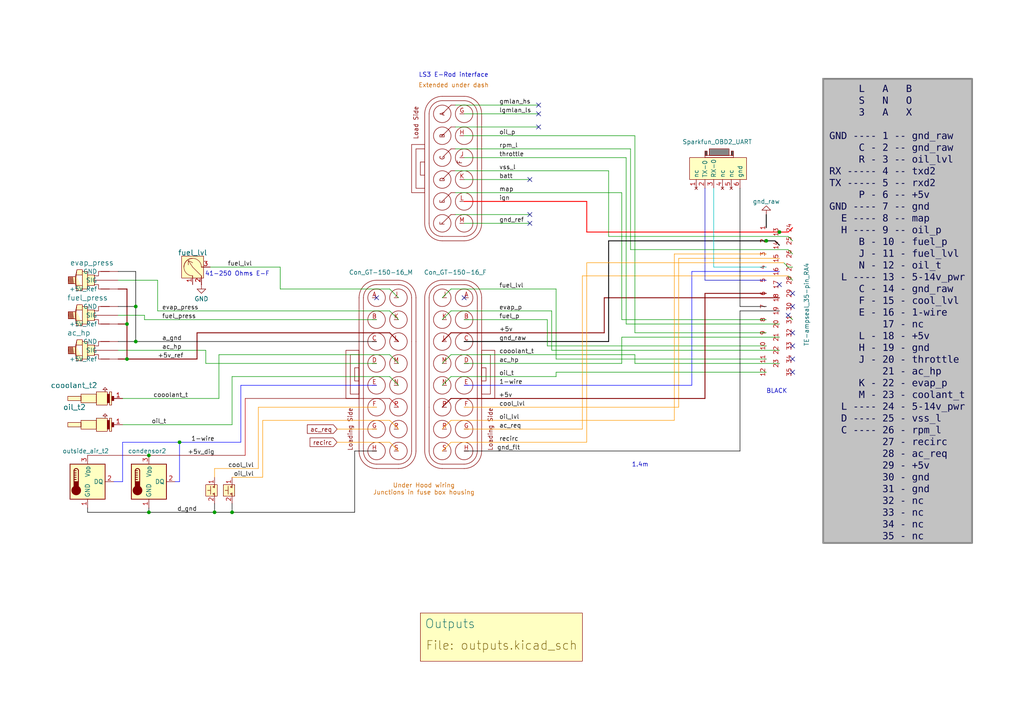
<source format=kicad_sch>
(kicad_sch (version 20231120) (generator "eeschema") (generator_version "8.0")
  (paper "A4")
  (title_block (title "Tahoe_md_wiring") (date "2024-12-08") (rev "0.3") (comment 1 "Wiring harness & power driver schematic") (comment 2 "Pairs with Tahoe_mb versioson 0.4 & 0.5"))
  (lib_symbols
    (symbol "-2023:Con_GT-150-12_M" (pin_names (offset 1.016))
      (property "Value" "Con_GT-150-12_M" (at -1.27 13.97 0))
      (symbol "Con_GT-150-12_M_0_0"
        (arc (start -21.59 -2.54) (mid -20.1006 -6.1231) (end -16.51 -7.62))
        (arc (start -20.32 -2.54) (mid -19.2041 -5.2341) (end -16.51 -6.35))
        (arc (start -16.51 7.62) (mid -19.2041 6.5041) (end -20.32 3.81))
        (arc (start -16.51 8.89) (mid -20.0931 7.4006) (end -21.59 3.81))
        (rectangle (start -7.62 8.89) (end 6.35 12.7))
        (rectangle (start -6.35 8.89) (end 5.08 11.43))
        (rectangle (start -2.54 8.89) (end 1.27 10.16))
        (polyline (pts (xy -21.59 3.81) (xy -21.59 -2.54)))
        (polyline (pts (xy -20.32 -2.54) (xy -20.32 3.81)))
        (polyline (pts (xy -16.51 -7.62) (xy 15.24 -7.62)))
        (polyline (pts (xy -16.51 7.62) (xy 15.24 7.62)) (fill (type background)))
        (polyline (pts (xy 15.24 -6.35) (xy -16.51 -6.35)))
        (polyline (pts (xy 15.24 8.89) (xy -16.51 8.89)) (fill (type background)))
        (polyline (pts (xy 19.05 3.81) (xy 19.05 -2.54)))
        (polyline (pts (xy 20.32 3.81) (xy 20.32 -2.54)))
        (arc (start 15.24 -7.62) (mid 18.8231 -6.1306) (end 20.32 -2.54))
        (arc (start 15.24 -6.35) (mid 17.9341 -5.2341) (end 19.05 -2.54))
        (arc (start 19.05 3.81) (mid 17.9341 6.5041) (end 15.24 7.62))
        (arc (start 20.32 3.81) (mid 18.8306 7.3931) (end 15.24 8.89))
        (text "F" (at 1.27 -1.27 0) (effects (font (size 1.27 1.27))))
        (text "Load Side" (at 12.7 11.43 0) (effects (font (size 1.27 1.27))))
      )
      (symbol "Con_GT-150-12_M_0_1"
        (circle (center -16.51 -2.54) (radius 2.54))
        (circle (center -10.16 -2.54) (radius 2.54))
        (circle (center -3.81 -2.54) (radius 2.54))
        (circle (center 2.54 -2.54) (radius 2.54))
        (circle (center 8.89 -2.54) (radius 2.54))
        (circle (center 15.24 -2.54) (radius 2.54))
      )
      (symbol "Con_GT-150-12_M_1_1"
        (circle (center -16.51 3.81) (radius 2.54))
        (circle (center -10.16 3.81) (radius 2.54))
        (circle (center -3.81 3.81) (radius 2.54))
        (polyline (pts (xy -13.97 1.27) (xy -16.51 3.81)))
        (polyline (pts (xy -7.62 1.27) (xy -10.16 3.81)))
        (polyline (pts (xy -1.27 1.27) (xy -3.81 3.81)))
        (polyline (pts (xy 5.08 1.27) (xy 2.54 3.81)))
        (polyline (pts (xy 11.43 1.27) (xy 8.89 3.81)))
        (polyline (pts (xy 15.24 3.81) (xy 17.78 1.27)))
        (circle (center 2.54 3.81) (radius 2.54))
        (circle (center 8.89 3.81) (radius 2.54))
        (circle (center 15.24 3.81) (radius 2.54))
        (text "A" (at 15.24 3.81 0) (effects (font (size 1.27 1.27))))
        (text "B" (at 8.89 3.81 0) (effects (font (size 1.27 1.27))))
        (text "C" (at 2.54 3.81 0) (effects (font (size 1.27 1.27))))
        (text "D" (at -3.81 3.81 0) (effects (font (size 1.27 1.27))))
        (text "E" (at -10.16 3.81 0) (effects (font (size 1.27 1.27))))
        (text "F" (at -16.51 3.81 0) (effects (font (size 1.27 1.27))))
        (pin passive line (at 15.24 -2.54 90) (length 1.27) (name "~") (number "G"))
        (pin passive line (at 8.89 -2.54 90) (length 1.27) (name "~") (number "H"))
        (pin passive line (at 2.54 -2.54 90) (length 1.27) (name "~") (number "J"))
        (pin passive line (at -3.81 -2.54 90) (length 1.27) (name "~") (number "K"))
        (pin passive line (at -10.16 -2.54 90) (length 1.27) (name "~") (number "L"))
        (pin passive line (at -16.51 -2.54 90) (length 1.27) (name "~") (number "M"))
        (pin passive line (at -13.97 0 90) (length 1.27) (name "~") (number "~"))
        (pin passive line (at -7.62 0 90) (length 1.27) (name "~") (number "~"))
        (pin passive line (at -1.27 0 90) (length 1.27) (name "~") (number "~"))
        (pin passive line (at 5.08 0 90) (length 1.27) (name "~") (number "~"))
        (pin passive line (at 11.43 0 90) (length 1.27) (name "~") (number "~"))
        (pin passive line (at 17.78 0 90) (length 1.27) (name "~") (number "~"))
      )
    )
    (symbol "-KiCAD-parts:CANBED_DUAL"
      (symbol "CANBED_DUAL_1_1"
        (rectangle (start -2.54 -2.54) (end 15.24 -35.56) (fill (type background)))
        (text "http://docs.longan-labs.cc/1030019/" (at 2.54 -21.59 900) (effects (font (size 0.889 0.889))))
        (pin power_in line (at 0 0 270) (length 2.54) (name "VIN") (number "1"))
        (pin input line (at -5.08 -20.32 0) (length 2.54) (name "A3") (number "10"))
        (pin bidirectional line (at -5.08 -22.86 0) (length 2.54) (name "D25") (number "11"))
        (pin input line (at -5.08 -25.4 0) (length 2.54) (name "A0") (number "12"))
        (pin input line (at -5.08 -27.94 0) (length 2.54) (name "A1") (number "13"))
        (pin input line (at -5.08 -30.48 0) (length 2.54) (name "A2") (number "14"))
        (pin power_in line (at -5.08 -33.02 0) (length 2.54) (name "5V") (number "15"))
        (pin input line (at 17.78 -12.7 180) (length 2.54) (name "RX") (number "16"))
        (pin output line (at 17.78 -15.24 180) (length 2.54) (name "TX") (number "17"))
        (pin bidirectional line (at 17.78 -17.78 180) (length 2.54) (name "SDA") (number "18"))
        (pin bidirectional line (at 17.78 -20.32 180) (length 2.54) (name "SCL") (number "19"))
        (pin power_in line (at 2.54 0 270) (length 2.54) (name "GND") (number "2"))
        (pin bidirectional line (at 17.78 -22.86 180) (length 2.54) (name "D21") (number "20"))
        (pin bidirectional line (at 17.78 -25.4 180) (length 2.54) (name "D22") (number "21"))
        (pin bidirectional line (at 17.78 -27.94 180) (length 2.54) (name "D23") (number "22"))
        (pin power_out line (at 17.78 -30.48 180) (length 2.54) (name "3.3V") (number "24"))
        (pin power_out line (at 17.78 -33.02 180) (length 2.54) (name "GND") (number "25"))
        (pin bidirectional line (at 5.08 0 270) (length 2.54) (name "CAN0H") (number "3"))
        (pin bidirectional line (at 7.62 0 270) (length 2.54) (name "CAN0L") (number "4"))
        (pin bidirectional line (at 10.16 0 270) (length 2.54) (name "CAN1H") (number "5"))
        (pin bidirectional line (at 12.7 0 270) (length 2.54) (name "CAN1L") (number "6"))
        (pin bidirectional line (at -5.08 -12.7 0) (length 2.54) (name "D10") (number "7"))
        (pin bidirectional line (at -5.08 -15.24 0) (length 2.54) (name "D19") (number "8"))
        (pin bidirectional line (at -5.08 -17.78 0) (length 2.54) (name "D20") (number "9"))
      )
    )
    (symbol "-KiCAD-parts:Con_GT-150-16_F" (pin_names (offset 1.016))
      (property "Value" "Con_GT-150-16_F" (at -16.51 10.16 0))
      (symbol "Con_GT-150-16_F_0_0"
        (polyline (pts (xy 10.16 -7.62) (xy 22.86 -7.62)))
        (polyline (pts (xy 10.16 6.35) (xy 22.86 6.35)))
        (polyline (pts (xy 22.86 -8.89) (xy 10.16 -8.89)))
        (polyline (pts (xy 22.86 7.62) (xy 10.16 7.62)))
        (text "Loading Side" (at 16.51 10.16 0) (effects (font (size 1.27 1.27))))
      )
      (symbol "Con_GT-150-16_F_1_1"
        (arc (start -26.67 -3.81) (mid -25.1806 -7.3931) (end -21.59 -8.89))
        (arc (start -25.4 -3.81) (mid -24.2841 -6.5041) (end -21.59 -7.62))
        (circle (center -21.59 -3.81) (radius 2.54))
        (circle (center -21.59 2.54) (radius 2.54))
        (arc (start -21.59 6.35) (mid -24.2841 5.2341) (end -25.4 2.54))
        (arc (start -21.59 7.62) (mid -25.1731 6.1306) (end -26.67 2.54))
        (circle (center -15.24 -3.81) (radius 2.54))
        (circle (center -15.24 2.54) (radius 2.54))
        (circle (center -8.89 -3.81) (radius 2.54))
        (circle (center -8.89 2.54) (radius 2.54))
        (rectangle (start -6.35 7.62) (end 7.62 11.43))
        (rectangle (start -5.08 7.62) (end 6.35 10.16))
        (circle (center -2.54 -3.81) (radius 2.54))
        (circle (center -2.54 2.54) (radius 2.54))
        (rectangle (start -1.27 7.62) (end 2.54 8.89))
        (polyline (pts (xy -26.67 2.54) (xy -26.67 -3.81)))
        (polyline (pts (xy -25.4 -3.81) (xy -25.4 2.54)))
        (polyline (pts (xy -21.59 -8.89) (xy 10.16 -8.89)))
        (polyline (pts (xy -21.59 6.35) (xy 10.16 6.35)) (fill (type background)))
        (polyline (pts (xy 10.16 -7.62) (xy -21.59 -7.62)))
        (polyline (pts (xy 10.16 7.62) (xy -21.59 7.62)))
        (polyline (pts (xy 26.67 2.54) (xy 26.67 -3.81)))
        (polyline (pts (xy 27.94 2.54) (xy 27.94 -3.81)))
        (circle (center 3.81 -3.81) (radius 2.54))
        (circle (center 3.81 2.54) (radius 2.54))
        (circle (center 10.16 -3.81) (radius 2.54))
        (circle (center 10.16 2.54) (radius 2.54))
        (circle (center 16.51 -3.81) (radius 2.54))
        (circle (center 16.51 2.54) (radius 2.54))
        (arc (start 22.86 -8.89) (mid 26.4431 -7.4006) (end 27.94 -3.81))
        (arc (start 22.86 -7.62) (mid 25.5541 -6.5041) (end 26.67 -3.81))
        (circle (center 22.86 -3.81) (radius 2.54))
        (circle (center 22.86 2.54) (radius 2.54))
        (arc (start 26.67 2.54) (mid 25.5541 5.2341) (end 22.86 6.35))
        (arc (start 27.94 2.54) (mid 26.4506 6.1231) (end 22.86 7.62))
        (pin passive line (at -21.59 2.54 90) (length 1.27) (name "~") (number "A"))
        (pin passive line (at -15.24 2.54 90) (length 1.27) (name "~") (number "B"))
        (pin passive line (at -8.89 2.54 90) (length 1.27) (name "~") (number "C"))
        (pin passive line (at -2.54 2.54 90) (length 1.27) (name "~") (number "D"))
        (pin passive line (at 3.81 2.54 90) (length 1.27) (name "~") (number "E"))
        (pin passive line (at 10.16 2.54 90) (length 1.27) (name "~") (number "F"))
        (pin passive line (at 16.51 2.54 90) (length 1.27) (name "~") (number "G"))
        (pin passive line (at 22.86 2.54 90) (length 1.27) (name "~") (number "H"))
        (pin passive line (at -21.59 -3.81 90) (length 1.27) (name "~") (number "J"))
        (pin passive line (at -15.24 -3.81 90) (length 1.27) (name "~") (number "K"))
        (pin passive line (at -8.89 -3.81 90) (length 1.27) (name "~") (number "L"))
        (pin passive line (at -2.54 -3.81 90) (length 1.27) (name "~") (number "M"))
        (pin passive line (at 3.81 -3.81 90) (length 1.27) (name "~") (number "N"))
        (pin passive line (at 10.16 -3.81 90) (length 1.27) (name "~") (number "P"))
        (pin passive line (at 16.51 -3.81 90) (length 1.27) (name "~") (number "R"))
        (pin passive line (at 22.86 -3.81 90) (length 1.27) (name "~") (number "S"))
      )
    )
    (symbol "-KiCAD-parts:SW_SPDT" (power) (pin_names (offset 1.016))
      (symbol "SW_SPDT_0_0"
        (rectangle (start -1.905 1.905) (end 3.175 -1.905) (fill (type background)))
      )
      (symbol "SW_SPDT_0_1"
        (polyline (pts (xy -1.27 0) (xy 2.286 0.508)))
        (polyline (pts (xy 2.286 -1.27) (xy 2.032 -0.762) (xy 1.778 -1.27) (xy 2.54 -1.27)))
        (polyline (pts (xy 2.286 1.27) (xy 2.032 0.762) (xy 1.778 1.27) (xy 2.54 1.27)))
      )
      (symbol "SW_SPDT_1_1"
        (pin passive line (at -3.81 0 0) (length 2.54) (name "~") (number "1"))
        (pin passive line (at 5.08 1.27 180) (length 2.54) (name "~") (number "2"))
        (pin passive line (at 5.08 -1.27 180) (length 2.54) (name "~") (number "3"))
      )
    )
    (symbol "-KiCAD-parts:Temp_transducer" (pin_names (offset 1.016))
      (property "Value" "Temp_transducer" (at -0.635 4.445 0))
      (symbol "Temp_transducer_0_1"
        (rectangle (start -4.445 0.635) (end -5.08 -0.635) (fill (type outline)))
        (rectangle (start -4.445 1.905) (end -3.81 -1.905) (fill (type background)))
        (rectangle (start -3.175 1.27) (end -3.81 -1.27) (fill (type outline)))
        (rectangle (start -3.175 1.905) (end 0 -1.905) (fill (type background)))
        (polyline (pts (xy -2.54 -1.905) (xy -2.54 -2.54) (xy -3.175 -2.54) (xy -2.54 -3.175) (xy -1.905 -2.54) (xy -2.54 -2.54)))
        (rectangle (start 0 1.27) (end 4.445 -1.27) (fill (type background)))
        (rectangle (start 4.445 0.635) (end 8.255 -0.635) (fill (type background)))
      )
      (symbol "Temp_transducer_1_1"
        (pin output line (at -7.62 0 0) (length 2.54) (name "~") (number "1"))
      )
    )
    (symbol "-KiCAD-parts:Variable_Resistor" (pin_names (offset 1.016))
      (property "Value" "Variable_Resistor" (at 0 5.08 0))
      (symbol "Variable_Resistor_0_1"
        (rectangle (start -1.905 3.175) (end 4.445 -3.175) (fill (type background)))
        (polyline (pts (xy 1.27 0) (xy -1.27 -2.54)) (stroke (width 0.127)))
        (polyline (pts (xy 3.175 1.27) (xy 2.54 0)) (stroke (width 0.127)))
        (polyline (pts (xy 1.27 0) (xy 3.175 1.27) (xy 1.905 1.27)) (stroke (width 0.127)))
        (arc (start 1.27 -2.54) (mid 3.799 0) (end 1.27 2.54) (stroke (width 0.127)))
        (arc (start 3.81 0) (mid 1.27 2.529) (end -1.27 0) (stroke (width 0.127)))
      )
      (symbol "Variable_Resistor_1_1"
        (pin passive line (at -3.81 0 0) (length 2.54) (name "~") (number "1"))
        (pin passive line (at -3.81 -2.54 0) (length 2.54) (name "~") (number "2"))
        (pin passive line (at 1.27 -5.08 90) (length 2.54) (name "~") (number "3"))
      )
    )
    (symbol "Connector_Generic:Conn_01x06" (pin_names (offset 1.016) hide)
      (property "Reference" "J" (at 0 7.62 0))
      (property "Value" "Conn_01x06" (at 0 -10.16 0))
      (symbol "Conn_01x06_1_1"
        (rectangle (start -1.27 -7.493) (end 0 -7.747) (stroke (width 0.1524)))
        (rectangle (start -1.27 -4.953) (end 0 -5.207) (stroke (width 0.1524)))
        (rectangle (start -1.27 -2.413) (end 0 -2.667) (stroke (width 0.1524)))
        (rectangle (start -1.27 0.127) (end 0 -0.127) (stroke (width 0.1524)))
        (rectangle (start -1.27 2.667) (end 0 2.413) (stroke (width 0.1524)))
        (rectangle (start -1.27 5.207) (end 0 4.953) (stroke (width 0.1524)))
        (rectangle (start -1.27 6.35) (end 1.27 -8.89) (stroke (width 0.254)) (fill (type background)))
        (pin passive line (at -5.08 5.08 0) (length 3.81) (name "Pin_1") (number "1"))
        (pin passive line (at -5.08 2.54 0) (length 3.81) (name "Pin_2") (number "2"))
        (pin passive line (at -5.08 0 0) (length 3.81) (name "Pin_3") (number "3"))
        (pin passive line (at -5.08 -2.54 0) (length 3.81) (name "Pin_4") (number "4"))
        (pin passive line (at -5.08 -5.08 0) (length 3.81) (name "Pin_5") (number "5"))
        (pin passive line (at -5.08 -7.62 0) (length 3.81) (name "Pin_6") (number "6"))
      )
    )
    (symbol "KiCAD-parts:Pressure_transducer" (pin_names (offset 1.016))
      (property "Value" "Pressure_transducer" (at 0 5.08 0))
      (symbol "Pressure_transducer_0_0"
        (polyline (pts (xy -0.635 -1.27) (xy -2.54 -1.27)))
        (polyline (pts (xy -5.08 -3.81) (xy -1.905 -3.81) (xy -1.905 -2.54) (xy -0.635 -2.54)))
        (polyline (pts (xy -5.08 1.27) (xy -1.905 1.27) (xy -1.905 0) (xy -0.635 0)))
      )
      (symbol "Pressure_transducer_0_1"
        (polyline (pts (xy 1.27 0.254) (xy 1.27 -2.794)))
        (polyline (pts (xy 2.794 0.254) (xy 4.572 0.254)))
        (polyline (pts (xy 4.826 -2.286) (xy 4.826 -0.254)))
        (polyline (pts (xy 5.588 -2.286) (xy 5.334 -0.254)))
        (polyline (pts (xy 5.842 -2.286) (xy 5.588 -0.254)))
        (polyline (pts (xy 6.096 -2.286) (xy 5.842 -0.254)))
        (polyline (pts (xy 6.35 -2.286) (xy 6.096 -0.254)))
        (polyline (pts (xy 6.604 -2.286) (xy 6.35 -0.254)))
        (polyline (pts (xy 6.858 -2.286) (xy 6.604 -0.254)))
        (polyline (pts (xy 2.794 1.27) (xy 2.794 -3.81) (xy 1.27 -3.81) (xy 1.27 -2.794) (xy -0.762 -2.794) (xy -0.762 0.254) (xy 1.27 0.254) (xy 1.27 1.27) (xy 2.794 1.27) (xy 2.794 1.778) (xy 4.318 1.778) (xy 4.826 -0.254) (xy 6.858 -0.254) (xy 6.858 -2.286) (xy 4.826 -2.286) (xy 4.318 -4.318) (xy 2.794 -4.318) (xy 2.794 -2.794) (xy 4.572 -2.794)) (fill (type background)))
        (arc (start 4.318 -4.318) (mid 4.6409 -1.27) (end 4.318 1.778))
        (pin input line (at -7.62 1.27 0) (length 5.08) (name "+5V_Ref") (number "~"))
      )
      (symbol "Pressure_transducer_1_1"
        (pin input line (at -7.62 -3.81 0) (length 5.08) (name "GND") (number "~"))
        (pin output line (at -7.62 -1.27 0) (length 5.08) (name "SIG") (number "~"))
      )
    )
    (symbol "KiCAD-parts:SW_NO" (pin_names (offset 1.016))
      (symbol "SW_NO_0_0"
        (polyline (pts (xy 0.762 -1.27) (xy 1.27 -1.27) (xy 1.016 -0.762) (xy 0.762 -1.27)))
      )
      (symbol "SW_NO_0_1"
        (polyline (pts (xy -1.27 -0.127) (xy 1.143 -0.127)))
        (polyline (pts (xy 0 0) (xy 0 0.762)))
        (polyline (pts (xy -1.27 -1.27) (xy -1.016 -0.762) (xy -0.762 -1.27) (xy -1.27 -1.27)))
        (rectangle (start 1.651 -2.032) (end -1.651 1.27) (fill (type background)))
      )
      (symbol "SW_NO_1_1"
        (pin bidirectional line (at -3.81 -1.27 0) (length 2.54) (name "~") (number "1"))
        (pin bidirectional line (at 3.81 -1.27 180) (length 2.54) (name "~") (number "2"))
      )
    )
    (symbol "KiCAD-parts:Splice_pack" (pin_numbers hide) (pin_names hide) (on_board no)
      (property "Reference" "SP205" (at -0.3175 10.637 90))
      (symbol "Splice_pack_0_1"
        (rectangle (start -2.54 10.795) (end 2.54 3.81) (stroke (width 0.1524)))
        (polyline (pts (xy -0.635 4.445) (xy 0.635 4.445)) (stroke (width 0.1524)))
        (polyline (pts (xy -0.635 10.16) (xy 0.635 10.16)) (stroke (width 0.1524)))
        (polyline (pts (xy 0 4.445) (xy 0.635 5.08)) (stroke (width 0.1524)))
        (polyline (pts (xy 0 10.16) (xy 0.635 9.525)) (stroke (width 0.1524)))
        (polyline (pts (xy -0.635 3.175) (xy 0 2.54) (xy 0.635 3.175)) (stroke (width 0.1524)))
        (polyline (pts (xy -0.635 11.43) (xy 0 12.065) (xy 0.635 11.43)) (stroke (width 0.1524)))
        (polyline (pts (xy 0 6.985) (xy 0 4.445) (xy -0.635 5.08)) (stroke (width 0.1524)))
        (polyline (pts (xy 0 6.985) (xy 0 10.16) (xy -0.635 9.525)) (stroke (width 0.1524)))
        (circle (center 0 6.985) (radius 0.635) (stroke (width 0.1524)) (fill (type outline)))
      )
      (symbol "Splice_pack_1_1"
        (pin input line (at 0 0 90) (length 2.54) (name "") (number ""))
        (pin input line (at 0 14.605 270) (length 2.54) (name "") (number ""))
      )
    )
    (symbol "Sensor_Temperature:DS18S20"
      (property "Reference" "U" (at -3.81 6.35 0))
      (property "Value" "DS18S20" (at 6.35 6.35 0))
      (symbol "DS18S20_0_1"
        (rectangle (start -5.08 5.08) (end 5.08 -5.08) (stroke (width 0.254)) (fill (type background)))
        (circle (center -3.302 -2.54) (radius 1.27) (stroke (width 0.254)) (fill (type outline)))
        (rectangle (start -2.667 -1.905) (end -3.937 0) (stroke (width 0.254)) (fill (type outline)))
        (arc (start -2.667 3.175) (mid -3.302 3.8073) (end -3.937 3.175) (stroke (width 0.254)))
        (polyline (pts (xy -3.937 0.635) (xy -3.302 0.635)) (stroke (width 0.254)))
        (polyline (pts (xy -3.937 1.27) (xy -3.302 1.27)) (stroke (width 0.254)))
        (polyline (pts (xy -3.937 1.905) (xy -3.302 1.905)) (stroke (width 0.254)))
        (polyline (pts (xy -3.937 2.54) (xy -3.302 2.54)) (stroke (width 0.254)))
        (polyline (pts (xy -3.937 3.175) (xy -3.937 0)) (stroke (width 0.254)))
        (polyline (pts (xy -3.937 3.175) (xy -3.302 3.175)) (stroke (width 0.254)))
        (polyline (pts (xy -2.667 3.175) (xy -2.667 0)) (stroke (width 0.254)))
      )
      (symbol "DS18S20_1_1"
        (pin power_in line (at 0 -7.62 90) (length 2.54) (name "GND") (number "1"))
        (pin bidirectional line (at 7.62 0 180) (length 2.54) (name "DQ") (number "2"))
        (pin power_in line (at 0 7.62 270) (length 2.54) (name "V_{DD}") (number "3"))
      )
    )
    (symbol "power:GND" (power) (pin_numbers hide) (pin_names (offset 0) hide)
      (property "Value" "GND" (at 0 -3.81 0))
      (symbol "GND_0_1"
        (polyline (pts (xy 0 0) (xy 0 -1.27) (xy 1.27 -1.27) (xy 0 -2.54) (xy -1.27 -1.27) (xy 0 -1.27)))
      )
      (symbol "GND_1_1"
        (pin power_in line (at 0 0 270) (length 0) (name "~") (number "1"))
      )
    )
    (symbol "~2023:Con_GT-150-16_M" (pin_names (offset 1.016))
      (property "Value" "Con_GT-150-16_M" (at 17.78 10.16 0))
      (symbol "Con_GT-150-16_M_0_0"
        (polyline (pts (xy 10.16 -7.62) (xy 22.86 -7.62)))
        (polyline (pts (xy 10.16 6.35) (xy 22.86 6.35)))
        (polyline (pts (xy 22.86 -8.89) (xy 10.16 -8.89)))
        (polyline (pts (xy 22.86 7.62) (xy 10.16 7.62)))
        (text "Loading Side" (at -15.24 10.16 0) (effects (font (size 1.27 1.27))))
      )
      (symbol "Con_GT-150-16_M_1_1"
        (arc (start -26.67 -3.81) (mid -25.1806 -7.3931) (end -21.59 -8.89))
        (arc (start -25.4 -3.81) (mid -24.2841 -6.5041) (end -21.59 -7.62))
        (circle (center -21.59 -3.81) (radius 2.54))
        (circle (center -21.59 2.54) (radius 2.54))
        (arc (start -21.59 6.35) (mid -24.2841 5.2341) (end -25.4 2.54))
        (arc (start -21.59 7.62) (mid -25.1731 6.1306) (end -26.67 2.54))
        (circle (center -15.24 -3.81) (radius 2.54))
        (circle (center -15.24 2.54) (radius 2.54))
        (circle (center -8.89 -3.81) (radius 2.54))
        (circle (center -8.89 2.54) (radius 2.54))
        (rectangle (start -6.35 7.62) (end 7.62 11.43))
        (rectangle (start -5.08 7.62) (end 6.35 10.16))
        (circle (center -2.54 -3.81) (radius 2.54))
        (circle (center -2.54 2.54) (radius 2.54))
        (rectangle (start -1.27 7.62) (end 2.54 8.89))
        (polyline (pts (xy -26.67 2.54) (xy -26.67 -3.81)))
        (polyline (pts (xy -25.4 -3.81) (xy -25.4 2.54)))
        (polyline (pts (xy -21.59 -8.89) (xy 10.16 -8.89)))
        (polyline (pts (xy -21.59 6.35) (xy 10.16 6.35)) (fill (type background)))
        (polyline (pts (xy 10.16 -7.62) (xy -21.59 -7.62)))
        (polyline (pts (xy 10.16 7.62) (xy -21.59 7.62)))
        (polyline (pts (xy 26.67 2.54) (xy 26.67 -3.81)))
        (polyline (pts (xy 27.94 2.54) (xy 27.94 -3.81)))
        (circle (center 3.81 -3.81) (radius 2.54))
        (circle (center 3.81 2.54) (radius 2.54))
        (circle (center 10.16 -3.81) (radius 2.54))
        (circle (center 10.16 2.54) (radius 2.54))
        (circle (center 16.51 -3.81) (radius 2.54))
        (circle (center 16.51 2.54) (radius 2.54))
        (arc (start 22.86 -8.89) (mid 26.4431 -7.4006) (end 27.94 -3.81))
        (arc (start 22.86 -7.62) (mid 25.5541 -6.5041) (end 26.67 -3.81))
        (circle (center 22.86 -3.81) (radius 2.54))
        (circle (center 22.86 2.54) (radius 2.54))
        (arc (start 26.67 2.54) (mid 25.5541 5.2341) (end 22.86 6.35))
        (arc (start 27.94 2.54) (mid 26.4506 6.1231) (end 22.86 7.62))
        (pin passive line (at 22.86 2.54 90) (length 1.27) (name "~") (number "A"))
        (pin passive line (at 16.51 2.54 90) (length 1.27) (name "~") (number "B"))
        (pin passive line (at 10.16 2.54 90) (length 1.27) (name "~") (number "C"))
        (pin passive line (at 3.81 2.54 90) (length 1.27) (name "~") (number "D"))
        (pin passive line (at -2.54 2.54 90) (length 1.27) (name "~") (number "E"))
        (pin passive line (at -8.89 2.54 90) (length 1.27) (name "~") (number "F"))
        (pin passive line (at -15.24 2.54 90) (length 1.27) (name "~") (number "G"))
        (pin passive line (at -21.59 2.54 90) (length 1.27) (name "~") (number "H"))
        (pin passive line (at 22.86 -3.81 90) (length 1.27) (name "~") (number "J"))
        (pin passive line (at 16.51 -3.81 90) (length 1.27) (name "~") (number "K"))
        (pin passive line (at 10.16 -3.81 90) (length 1.27) (name "~") (number "L"))
        (pin passive line (at 3.81 -3.81 90) (length 1.27) (name "~") (number "M"))
        (pin passive line (at -2.54 -3.81 90) (length 1.27) (name "~") (number "N"))
        (pin passive line (at -8.89 -3.81 90) (length 1.27) (name "~") (number "P"))
        (pin passive line (at -15.24 -3.81 90) (length 1.27) (name "~") (number "R"))
        (pin passive line (at -21.59 -3.81 90) (length 1.27) (name "~") (number "S"))
      )
    )
    (symbol "~2023:Sparkfun_OBD2_UART"
      (property "Value" "Sparkfun_OBD2_UART" (at 9.144 4.064 0))
      (symbol "Sparkfun_OBD2_UART_1_1"
        (rectangle (start 2.54 1.905) (end 8.89 -14.605) (fill (type background)))
        (rectangle (start 8.89 -2.54) (end 9.525 -10.795))
        (rectangle (start 9.525 -10.16) (end 10.795 -10.795) (fill (type color) (color 72 72 72 1)))
        (rectangle (start 9.525 -3.81) (end 11.43 -9.525) (fill (type color) (color 132 132 132 1)))
        (rectangle (start 9.525 -2.54) (end 10.795 -3.175) (fill (type color) (color 72 72 72 1)))
        (pin no_connect line (at 0 0 0) (length 2.54) (name "nc") (number "1"))
        (pin output line (at 0 -2.54 0) (length 2.54) (name "TX-0") (number "2"))
        (pin input line (at 0 -5.08 0) (length 2.54) (name "RX-0") (number "3"))
        (pin no_connect line (at 0 -7.62 0) (length 2.54) (name "nc") (number "4"))
        (pin no_connect line (at 0 -10.16 0) (length 2.54) (name "nc") (number "5"))
        (pin power_in line (at 0 -12.7 0) (length 2.54) (name "gnd") (number "6"))
      )
    )
    (symbol "~2023:TE-ampseal_35-pin_RA"
      (property "Reference" "TE-ampseal_35-pin_RA" (at -0.254 5.588 0))
      (symbol "TE-ampseal_35-pin_RA_1_1"
        (pin passive line (at 0 0 0) (length 0) (name "") (number "1"))
        (pin passive line (at 34.29 0 0) (length 0) (name "") (number "10"))
        (pin passive line (at 38.1 0 0) (length 0) (name "") (number "11"))
        (pin passive line (at 41.91 0 0) (length 0) (name "") (number "12"))
        (pin passive line (at 1.27 -3.81 0) (length 0) (name "") (number "13"))
        (pin passive line (at 5.08 -3.81 0) (length 0) (name "") (number "14"))
        (pin passive line (at 8.89 -3.81 0) (length 0) (name "") (number "15"))
        (pin passive line (at 12.7 -3.81 0) (length 0) (name "") (number "16"))
        (pin passive line (at 16.51 -3.81 0) (length 0) (name "") (number "17"))
        (pin passive line (at 20.32 -3.81 0) (length 0) (name "") (number "18"))
        (pin passive line (at 24.13 -3.81 0) (length 0) (name "") (number "19"))
        (pin passive line (at 3.81 0 0) (length 0) (name "") (number "2"))
        (pin passive line (at 27.94 -3.81 0) (length 0) (name "") (number "20"))
        (pin passive line (at 31.75 -3.81 0) (length 0) (name "") (number "21"))
        (pin passive line (at 35.56 -3.81 0) (length 0) (name "") (number "22"))
        (pin passive line (at 39.37 -3.81 0) (length 0) (name "") (number "23"))
        (pin passive line (at 0 -7.62 0) (length 0) (name "") (number "24"))
        (pin passive line (at 3.81 -7.62 0) (length 0) (name "") (number "25"))
        (pin passive line (at 7.62 -7.62 0) (length 0) (name "") (number "26"))
        (pin passive line (at 11.43 -7.62 0) (length 0) (name "") (number "27"))
        (pin passive line (at 15.24 -7.62 0) (length 0) (name "") (number "28"))
        (pin passive line (at 19.05 -7.62 0) (length 0) (name "") (number "29"))
        (pin passive line (at 7.62 0 0) (length 0) (name "") (number "3"))
        (pin passive line (at 22.86 -7.62 0) (length 0) (name "") (number "30"))
        (pin passive line (at 26.67 -7.62 0) (length 0) (name "") (number "31"))
        (pin passive line (at 30.48 -7.62 0) (length 0) (name "") (number "32"))
        (pin passive line (at 34.29 -7.62 0) (length 0) (name "") (number "33"))
        (pin passive line (at 38.1 -7.62 0) (length 0) (name "") (number "34"))
        (pin passive line (at 41.91 -7.62 0) (length 0) (name "") (number "35"))
        (pin passive line (at 11.43 0 0) (length 0) (name "") (number "4"))
        (pin passive line (at 15.24 0 0) (length 0) (name "") (number "5"))
        (pin passive line (at 19.05 0 0) (length 0) (name "") (number "6"))
        (pin passive line (at 22.86 0 0) (length 0) (name "") (number "7"))
        (pin passive line (at 26.67 0 0) (length 0) (name "") (number "8"))
        (pin passive line (at 30.48 0 0) (length 0) (name "") (number "9"))
      )
    )
  )
  (junction (at 43.18 148.59))
  (junction (at 222.25 69.85))
  (junction (at 62.23 148.59))
  (junction (at 39.37 99.06))
  (junction (at 335.28 67.31))
  (junction (at 36.83 93.98))
  (junction (at 36.83 104.14))
  (junction (at 226.06 67.31))
  (junction (at 52.07 128.27))
  (junction (at 43.18 132.08))
  (junction (at 39.37 88.9))
  (junction (at 67.31 148.59))
  (no_connect (at 156.21 33.02))
  (no_connect (at 228.6 91.44))
  (no_connect (at 350.52 97.79))
  (no_connect (at 156.21 30.48))
  (no_connect (at 327.66 87.63))
  (no_connect (at 350.52 82.55))
  (no_connect (at 350.52 85.09))
  (no_connect (at 327.66 92.71))
  (no_connect (at 350.52 92.71))
  (no_connect (at 156.21 36.83))
  (no_connect (at 229.87 104.14))
  (no_connect (at 229.87 88.9))
  (no_connect (at 350.52 95.25))
  (no_connect (at 327.66 100.33))
  (no_connect (at 153.67 64.77))
  (no_connect (at 229.87 100.33))
  (no_connect (at 109.22 86.36))
  (no_connect (at 153.67 62.23))
  (no_connect (at 350.52 100.33))
  (no_connect (at 153.67 52.07))
  (no_connect (at 327.66 95.25))
  (no_connect (at 226.06 82.55))
  (no_connect (at 327.66 90.17))
  (no_connect (at 327.66 82.55))
  (no_connect (at 229.87 85.09))
  (no_connect (at 229.87 96.52))
  (no_connect (at 327.66 97.79))
  (no_connect (at 134.62 86.36))
  (no_connect (at 327.66 102.87))
  (no_connect (at 327.66 85.09))
  (no_connect (at 229.87 107.95))
  (wire (pts (xy 36.83 93.98) (xy 36.83 104.14)) (stroke (width 0.254) (color 132 0 0 1)))
  (wire (pts (xy 184.15 102.87) (xy 184.15 105.41)))
  (wire (pts (xy 71.12 115.57) (xy 71.12 132.08)) (stroke (width 0) (color 194 0 0 1)))
  (wire (pts (xy 25.4 132.08) (xy 43.18 132.08)) (stroke (width 0) (color 132 0 0 1)))
  (wire (pts (xy 329.565 43.18) (xy 328.295 43.18)))
  (wire (pts (xy 35.56 115.57) (xy 63.5 115.57)))
  (wire (pts (xy 36.83 83.82) (xy 36.83 93.98)) (stroke (width 0.254) (color 132 0 0 1)))
  (wire (pts (xy 180.34 92.71) (xy 222.25 92.71)))
  (wire (pts (xy 130.81 121.92) (xy 128.27 124.46)) (stroke (width 0) (color 255 153 0 1)))
  (wire (pts (xy 130.81 96.52) (xy 175.26 96.52)) (stroke (width 0.254) (color 132 0 0 1)))
  (wire (pts (xy 115.57 118.11) (xy 113.03 115.57)) (stroke (width 0) (color 194 0 0 1)))
  (wire (pts (xy 34.29 101.6) (xy 59.69 101.6)))
  (wire (pts (xy 329.565 35.56) (xy 328.295 35.56)))
  (wire (pts (xy 170.18 76.2) (xy 227.33 76.2)) (stroke (width 0) (color 255 153 0 1)))
  (wire (pts (xy 76.2 121.92) (xy 76.2 138.43)) (stroke (width 0) (color 255 153 0 1)))
  (wire (pts (xy 160.02 90.17) (xy 160.02 101.6)))
  (wire (pts (xy 39.37 78.74) (xy 39.37 88.9)) (stroke (width 0) (color 0 0 0 1)))
  (wire (pts (xy 36.83 104.14) (xy 57.15 104.14)) (stroke (width 0.254) (color 132 0 0 1)))
  (wire (pts (xy 200.66 78.74) (xy 200.66 111.76)) (stroke (width 0) (color 0 0 255 1)))
  (wire (pts (xy 132.08 36.83) (xy 156.21 36.83)))
  (wire (pts (xy 161.29 107.95) (xy 222.25 107.95)))
  (wire (pts (xy 59.69 101.6) (xy 59.69 105.41)))
  (wire (pts (xy 184.15 39.37) (xy 184.15 96.52)))
  (wire (pts (xy 63.5 102.87) (xy 113.03 102.87)))
  (wire (pts (xy 132.08 30.48) (xy 156.21 30.48)))
  (wire (pts (xy 130.81 115.57) (xy 204.47 115.57)) (stroke (width 0.254) (color 132 0 0 1)))
  (wire (pts (xy 161.29 83.82) (xy 161.29 104.14)))
  (wire (pts (xy 180.34 55.88) (xy 180.34 92.71)))
  (wire (pts (xy 335.28 67.31) (xy 335.28 69.85)))
  (wire (pts (xy 134.62 118.11) (xy 196.85 118.11)) (stroke (width 0) (color 255 153 0 1)))
  (wire (pts (xy 170.18 58.42) (xy 170.18 67.31)) (stroke (width 0.254) (color 255 0 0 1)))
  (wire (pts (xy 170.18 76.2) (xy 170.18 128.27)) (stroke (width 0) (color 255 153 0 1)))
  (wire (pts (xy 34.29 99.06) (xy 39.37 99.06)) (stroke (width 0) (color 0 0 0 1)))
  (wire (pts (xy 25.4 148.59) (xy 43.18 148.59)) (stroke (width 0) (color 0 0 0 1)))
  (wire (pts (xy 132.08 62.23) (xy 153.67 62.23)))
  (wire (pts (xy 337.185 53.34) (xy 342.9 53.34)))
  (wire (pts (xy 57.15 96.52) (xy 57.15 104.14)) (stroke (width 0.254) (color 132 0 0 1)))
  (wire (pts (xy 350.52 87.63) (xy 360.68 87.63)))
  (wire (pts (xy 67.31 109.22) (xy 113.03 109.22)))
  (wire (pts (xy 229.87 81.28) (xy 228.6 80.01)))
  (wire (pts (xy 45.72 90.17) (xy 113.03 90.17)))
  (wire (pts (xy 35.56 139.7) (xy 33.02 139.7)) (stroke (width 0) (color 0 0 255 1)))
  (wire (pts (xy 204.47 85.09) (xy 204.47 115.57)) (stroke (width 0.254) (color 132 0 0 1)))
  (wire (pts (xy 181.61 45.72) (xy 181.61 93.98)))
  (wire (pts (xy 181.61 93.98) (xy 226.06 93.98)))
  (wire (pts (xy 342.9 53.34) (xy 342.9 69.85)))
  (wire (pts (xy 113.03 109.22) (xy 115.57 111.76)))
  (wire (pts (xy 200.66 78.74) (xy 226.06 78.74)) (stroke (width 0) (color 0 0 255 1)))
  (wire (pts (xy 134.62 52.07) (xy 153.67 52.07)))
  (wire (pts (xy 229.87 77.47) (xy 228.6 77.47)))
  (wire (pts (xy 313.69 62.23) (xy 337.82 62.23)))
  (wire (pts (xy 134.62 33.02) (xy 156.21 33.02)))
  (wire (pts (xy 130.81 83.82) (xy 161.29 83.82)))
  (wire (pts (xy 176.53 69.85) (xy 222.25 69.85)) (stroke (width 0.254) (color 0 0 0 1)))
  (wire (pts (xy 340.36 64.77) (xy 313.69 64.77)))
  (wire (pts (xy 184.15 105.41) (xy 226.06 105.41)))
  (wire (pts (xy 160.02 101.6) (xy 226.06 101.6)))
  (wire (pts (xy 62.23 135.89) (xy 74.93 135.89)) (stroke (width 0) (color 255 153 0 1)))
  (wire (pts (xy 41.91 91.44) (xy 34.29 91.44)))
  (wire (pts (xy 134.62 45.72) (xy 181.61 45.72)))
  (wire (pts (xy 176.53 68.58) (xy 228.6 68.58)))
  (wire (pts (xy 130.81 102.87) (xy 184.15 102.87)))
  (wire (pts (xy 176.53 49.53) (xy 176.53 68.58)))
  (wire (pts (xy 168.91 80.01) (xy 168.91 124.46)) (stroke (width 0) (color 255 153 0 1)))
  (wire (pts (xy 207.01 54.61) (xy 207.01 77.47)) (stroke (width 0) (color 0 194 194 1)))
  (wire (pts (xy 67.31 146.05) (xy 67.31 148.59)) (stroke (width 0) (color 0 0 0 1)))
  (wire (pts (xy 184.15 96.52) (xy 222.25 96.52)))
  (wire (pts (xy 34.29 104.14) (xy 36.83 104.14)) (stroke (width 0.254) (color 132 0 0 1)))
  (wire (pts (xy 67.31 109.22) (xy 67.31 123.19)))
  (wire (pts (xy 134.62 105.41) (xy 180.34 105.41)))
  (wire (pts (xy 332.74 57.15) (xy 332.74 69.85)))
  (wire (pts (xy 59.69 105.41) (xy 109.22 105.41)))
  (wire (pts (xy 35.56 128.27) (xy 52.07 128.27)) (stroke (width 0) (color 0 0 255 1)))
  (wire (pts (xy 161.29 104.14) (xy 222.25 104.14)))
  (wire (pts (xy 62.23 148.59) (xy 67.31 148.59)) (stroke (width 0) (color 0 0 0 1)))
  (wire (pts (xy 115.57 92.71) (xy 113.03 90.17)))
  (wire (pts (xy 335.28 59.69) (xy 335.28 67.31)))
  (wire (pts (xy 180.34 97.79) (xy 226.06 97.79)))
  (wire (pts (xy 196.85 74.93) (xy 226.06 74.93)) (stroke (width 0) (color 255 153 0 1)))
  (wire (pts (xy 340.36 64.77) (xy 340.36 69.85)))
  (wire (pts (xy 69.85 111.76) (xy 69.85 128.27)) (stroke (width 0) (color 0 0 255 1)))
  (wire (pts (xy 35.56 123.19) (xy 67.31 123.19)))
  (wire (pts (xy 71.12 115.57) (xy 113.03 115.57)) (stroke (width 0) (color 132 0 0 1)))
  (wire (pts (xy 130.81 90.17) (xy 160.02 90.17)))
  (wire (pts (xy 74.93 118.11) (xy 109.22 118.11)) (stroke (width 0) (color 255 153 0 1)))
  (wire (pts (xy 50.8 139.7) (xy 52.07 139.7)) (stroke (width 0) (color 0 0 255 1)))
  (wire (pts (xy 335.28 59.69) (xy 313.69 59.69)))
  (wire (pts (xy 313.69 52.07) (xy 328.295 52.07)))
  (wire (pts (xy 67.31 138.43) (xy 76.2 138.43)) (stroke (width 0) (color 255 153 0 1)))
  (wire (pts (xy 132.08 49.53) (xy 176.53 49.53)))
  (wire (pts (xy 62.23 135.89) (xy 62.23 138.43)) (stroke (width 0) (color 255 153 0 1)))
  (wire (pts (xy 134.62 92.71) (xy 158.75 92.71)))
  (wire (pts (xy 176.53 69.85) (xy 176.53 99.06)) (stroke (width 0.254) (color 0 0 0 1)))
  (wire (pts (xy 170.18 67.31) (xy 226.06 67.31)) (stroke (width 0.254) (color 255 0 0 1)))
  (wire (pts (xy 43.18 147.32) (xy 43.18 148.59)) (stroke (width 0) (color 0 0 0 1)))
  (wire (pts (xy 130.81 90.17) (xy 128.27 92.71)))
  (wire (pts (xy 74.93 118.11) (xy 74.93 135.89)) (stroke (width 0) (color 255 153 0 1)))
  (wire (pts (xy 76.2 121.92) (xy 113.03 121.92)) (stroke (width 0) (color 255 153 0 1)))
  (wire (pts (xy 113.03 102.87) (xy 115.57 105.41)))
  (wire (pts (xy 207.01 77.47) (xy 222.25 77.47)) (stroke (width 0) (color 0 194 194 1)))
  (wire (pts (xy 214.63 90.17) (xy 226.06 90.17)) (stroke (width 0) (color 0 0 0 1)))
  (wire (pts (xy 196.85 74.93) (xy 196.85 118.11)) (stroke (width 0) (color 255 153 0 1)))
  (wire (pts (xy 115.57 130.81) (xy 113.03 128.27)) (stroke (width 0) (color 255 153 0 1)))
  (wire (pts (xy 214.63 88.9) (xy 222.25 88.9)) (stroke (width 0) (color 0 0 0 1)))
  (wire (pts (xy 60.96 77.47) (xy 81.28 77.47)))
  (wire (pts (xy 63.5 102.87) (xy 63.5 115.57)))
  (wire (pts (xy 115.57 99.06) (xy 113.03 96.52)) (stroke (width 0.254) (color 132 0 0 1)))
  (wire (pts (xy 25.4 148.59) (xy 25.4 147.32)) (stroke (width 0) (color 0 0 0 1)))
  (wire (pts (xy 81.28 77.47) (xy 81.28 83.82)))
  (wire (pts (xy 132.08 43.18) (xy 182.88 43.18)))
  (wire (pts (xy 130.81 121.92) (xy 195.58 121.92)) (stroke (width 0) (color 255 153 0 1)))
  (wire (pts (xy 161.29 107.95) (xy 161.29 109.22)))
  (wire (pts (xy 134.62 124.46) (xy 168.91 124.46)) (stroke (width 0) (color 255 153 0 1)))
  (wire (pts (xy 228.6 72.39) (xy 229.87 73.66)))
  (wire (pts (xy 130.81 96.52) (xy 128.27 99.06)) (stroke (width 0.254) (color 132 0 0 1)))
  (wire (pts (xy 132.08 55.88) (xy 180.34 55.88)))
  (wire (pts (xy 97.79 128.27) (xy 113.03 128.27)) (stroke (width 0) (color 255 153 0 1)))
  (wire (pts (xy 359.41 90.17) (xy 350.52 90.17)))
  (wire (pts (xy 134.62 130.81) (xy 214.63 130.81)) (stroke (width 0) (color 0 0 0 1)))
  (wire (pts (xy 228.6 77.47) (xy 227.33 76.2)))
  (wire (pts (xy 41.91 92.71) (xy 109.22 92.71)))
  (wire (pts (xy 130.81 128.27) (xy 128.27 130.81)) (stroke (width 0) (color 255 153 0 1)))
  (wire (pts (xy 43.18 148.59) (xy 62.23 148.59)) (stroke (width 0) (color 0 0 0 1)))
  (wire (pts (xy 195.58 73.66) (xy 222.25 73.66)) (stroke (width 0) (color 255 153 0 1)))
  (wire (pts (xy 52.07 128.27) (xy 52.07 139.7)) (stroke (width 0) (color 0 0 255 1)))
  (wire (pts (xy 57.15 96.52) (xy 113.03 96.52)) (stroke (width 0.254) (color 132 0 0 1)))
  (wire (pts (xy 158.75 92.71) (xy 158.75 100.33)))
  (wire (pts (xy 113.03 121.92) (xy 115.57 124.46)) (stroke (width 0) (color 255 153 0 1)))
  (wire (pts (xy 214.63 90.17) (xy 214.63 130.81)) (stroke (width 0) (color 0 0 0 1)))
  (wire (pts (xy 204.47 81.28) (xy 222.25 81.28)) (stroke (width 0) (color 0 0 194 1)))
  (wire (pts (xy 34.29 78.74) (xy 39.37 78.74)) (stroke (width 0) (color 0 0 0 1)))
  (wire (pts (xy 228.6 67.31) (xy 229.87 66.04)) (stroke (width 0.254) (color 255 0 0 1)))
  (wire (pts (xy 97.79 124.46) (xy 109.22 124.46)) (stroke (width 0) (color 255 153 0 1)))
  (wire (pts (xy 228.6 91.44) (xy 229.87 92.71)))
  (wire (pts (xy 182.88 43.18) (xy 182.88 72.39)))
  (wire (pts (xy 43.18 132.08) (xy 71.12 132.08)) (stroke (width 0) (color 132 0 0 1)))
  (wire (pts (xy 214.63 54.61) (xy 214.63 88.9)) (stroke (width 0) (color 0 0 0 1)))
  (wire (pts (xy 134.62 111.76) (xy 200.66 111.76)) (stroke (width 0) (color 0 0 255 1)))
  (wire (pts (xy 222.25 69.85) (xy 224.79 69.85)) (stroke (width 0.254) (color 0 0 0 1)))
  (wire (pts (xy 158.75 100.33) (xy 222.25 100.33)))
  (wire (pts (xy 130.81 109.22) (xy 161.29 109.22)))
  (wire (pts (xy 313.69 54.61) (xy 328.295 54.61)))
  (wire (pts (xy 39.37 88.9) (xy 39.37 99.06)) (stroke (width 0) (color 0 0 0 1)))
  (wire (pts (xy 130.81 83.82) (xy 128.27 86.36)))
  (wire (pts (xy 204.47 85.09) (xy 222.25 85.09)) (stroke (width 0.254) (color 132 0 0 1)))
  (wire (pts (xy 130.81 128.27) (xy 170.18 128.27)) (stroke (width 0) (color 255 153 0 1)))
  (wire (pts (xy 168.91 80.01) (xy 228.6 80.01)) (stroke (width 0) (color 255 153 0 1)))
  (wire (pts (xy 45.72 81.28) (xy 45.72 90.17)))
  (wire (pts (xy 102.87 130.81) (xy 109.22 130.81)) (stroke (width 0) (color 0 0 0 1)))
  (wire (pts (xy 332.74 57.15) (xy 313.69 57.15)))
  (wire (pts (xy 39.37 99.06) (xy 109.22 99.06)) (stroke (width 0) (color 0 0 0 1)))
  (wire (pts (xy 130.81 102.87) (xy 128.27 105.41)))
  (wire (pts (xy 52.07 128.27) (xy 69.85 128.27)) (stroke (width 0) (color 0 0 255 1)))
  (wire (pts (xy 62.23 146.05) (xy 62.23 148.59)) (stroke (width 0) (color 0 0 0 1)))
  (wire (pts (xy 134.62 99.06) (xy 176.53 99.06)) (stroke (width 0.254) (color 0 0 0 1)))
  (wire (pts (xy 102.87 130.81) (xy 102.87 148.59)) (stroke (width 0) (color 0 0 0 1)))
  (wire (pts (xy 180.34 97.79) (xy 180.34 105.41)))
  (wire (pts (xy 34.29 81.28) (xy 45.72 81.28)))
  (wire (pts (xy 226.06 67.31) (xy 228.6 67.31)) (stroke (width 0.254) (color 255 0 0 1)))
  (wire (pts (xy 69.85 111.76) (xy 109.22 111.76)) (stroke (width 0) (color 0 0 255 1)))
  (wire (pts (xy 115.57 86.36) (xy 113.03 83.82)))
  (wire (pts (xy 67.31 148.59) (xy 102.87 148.59)) (stroke (width 0) (color 0 0 0 1)))
  (wire (pts (xy 81.28 83.82) (xy 113.03 83.82)))
  (wire (pts (xy 36.83 93.98) (xy 34.29 93.98)) (stroke (width 0.254) (color 132 0 0 1)))
  (wire (pts (xy 130.81 115.57) (xy 128.27 118.11)) (stroke (width 0.254) (color 132 0 0 1)))
  (wire (pts (xy 337.82 62.23) (xy 337.82 69.85)))
  (wire (pts (xy 345.44 67.31) (xy 345.44 69.85)))
  (wire (pts (xy 182.88 72.39) (xy 228.6 72.39)))
  (wire (pts (xy 224.79 69.85) (xy 226.06 71.12)) (stroke (width 0.254) (color 0 0 0 1)))
  (wire (pts (xy 128.27 111.76) (xy 130.81 109.22)))
  (wire (pts (xy 335.28 67.31) (xy 345.44 67.31)))
  (wire (pts (xy 175.26 86.36) (xy 226.06 86.36)) (stroke (width 0.254) (color 132 0 0 1)))
  (wire (pts (xy 41.91 92.71) (xy 41.91 91.44)))
  (wire (pts (xy 228.6 68.58) (xy 229.87 69.85)))
  (wire (pts (xy 39.37 88.9) (xy 34.29 88.9)) (stroke (width 0) (color 0 0 0 1)))
  (wire (pts (xy 134.62 64.77) (xy 153.67 64.77)))
  (wire (pts (xy 222.25 62.23) (xy 222.25 66.04)) (stroke (width 0.254) (color 0 0 0 1)))
  (wire (pts (xy 204.47 54.61) (xy 204.47 81.28)) (stroke (width 0) (color 0 0 194 1)))
  (wire (pts (xy 175.26 86.36) (xy 175.26 96.52)) (stroke (width 0.254) (color 132 0 0 1)))
  (wire (pts (xy 134.62 58.42) (xy 170.18 58.42)) (stroke (width 0.254) (color 255 0 0 1)))
  (wire (pts (xy 35.56 128.27) (xy 35.56 139.7)) (stroke (width 0) (color 0 0 255 1)))
  (wire (pts (xy 134.62 39.37) (xy 184.15 39.37)))
  (wire (pts (xy 195.58 73.66) (xy 195.58 121.92)) (stroke (width 0) (color 255 153 0 1)))
  (wire (pts (xy 34.29 83.82) (xy 36.83 83.82)) (stroke (width 0.254) (color 132 0 0 1)))
  (text_box "     L   A   B\n     S   N   O\n     3   A   X\n\nGND ---- 1 -- gnd_raw\n     C - 2 -- gnd_raw\n     R - 3 -- oil_lvl\nRX ----- 4 -- txd2\nTX ----- 5 -- rxd2\n     P - 6 -- +5v\nGND ---- 7 -- gnd\n  E ---- 8 -- map\n  H ---- 9 -- oil_p\n     B - 10 - fuel_p\n     J - 11 - fuel_lvl\n     N - 12 - oil_t\n  L ---- 13 - 5-14v_pwr\n     C - 14 - gnd_raw\n     F - 15 - cool_lvl\n     E - 16 - 1-wire\n         17 - nc\n     L - 18 - +5v\n     H - 19 - gnd\n     J - 20 - throttle\n         21 - ac_hp\n     K - 22 - evap_p\n     M - 23 - coolant_t\n  L ---- 24 - 5-14v_pwr\n  D ---- 25 - vss_l\n  C ---- 26 - rpm_l\n         27 - recirc\n         28 - ac_req\n         29 - +5v\n         30 - gnd\n         31 - gnd\n         32 - nc\n         33 - nc\n         34 - nc\n         35 - nc" (at 238.76 22.86 0) (size 43.18 134.62) (stroke (width 0.508) (color 132 132 132 1)) (fill (type color) (color 194 194 194 1)) (effects (font (size 2.032 2.032)) (justify left top)))
  (text "1.4m" (at 185.674 134.874 0) (effects (font (size 1.27 1.27))))
  (text "41-250 Ohms E-F" (at 59.436 80.264 0) (effects (font (size 1.27 1.27)) (justify left bottom)))
  (text "BLACK" (at 225.298 113.538 0) (effects (font (size 1.27 1.27))))
  (text "LS3 E-Rod interface" (at 131.572 21.844 0) (effects (font (size 1.27 1.27))))
  (text "Under Hood wiring\nJunctions in fuse box housing" (at 122.936 141.986 0) (effects (font (size 1.27 1.27))))
  (text "Extended under dash" (at 131.572 24.892 0) (effects (font (size 1.27 1.27))))
  (label "fuel_lvl" (at 66.04 77.47 0))
  (label "throttle" (at 144.78 45.72 0))
  (label "cooolant_t" (at 144.78 102.87 0))
  (label "1-wire" (at 62.23 128.27 180))
  (label "gnd_raw" (at 144.78 99.06 0))
  (label "gmlan_hs" (at 144.78 30.48 0))
  (label "+5v" (at 148.59 115.57 180))
  (label "map" (at 144.78 55.88 0))
  (label "lgmlan_ls" (at 144.78 33.02 0))
  (label "cool_lvl" (at 144.78 118.11 0))
  (label "evap_press" (at 46.99 90.17 0))
  (label "cool_lvl" (at 73.66 135.89 180))
  (label "cls2_security" (at 314.325 54.61 0))
  (label "a_gnd" (at 46.99 99.06 0))
  (label "oil_t" (at 144.78 109.22 0))
  (label "gnd_ref" (at 144.78 64.77 0))
  (label "batt" (at 144.78 52.07 0))
  (label "oil_lvl" (at 73.66 138.43 180))
  (label "fuel_p" (at 144.78 92.71 0))
  (label "ac_req" (at 144.78 124.46 0))
  (label "recirc" (at 144.78 128.27 0))
  (label "oil_t" (at 48.26 123.19 180))
  (label "oil_lvl" (at 144.78 121.92 0))
  (label "1-wire" (at 144.78 111.76 0))
  (label "ac_hp" (at 144.78 105.41 0))
  (label "rpm_l" (at 144.78 43.18 0))
  (label "cooolant_t" (at 44.45 115.57 0))
  (label "vss_l" (at 144.78 49.53 0))
  (label "fuel_press" (at 46.99 92.71 0))
  (label "gnd_flt" (at 144.145 130.81 0))
  (label "evap_p" (at 144.78 90.17 0))
  (label "d_gnd" (at 57.15 148.59 180))
  (label "+5v_ref" (at 45.72 104.14 0))
  (label "scl" (at 353.06 90.17 0))
  (label "ac_hp" (at 46.99 101.6 0))
  (label "ign" (at 144.78 58.42 0))
  (label "sda" (at 353.06 87.63 0))
  (label "+5v_dig" (at 62.23 132.08 180))
  (label "oil_p" (at 144.78 39.37 0))
  (label "cls2_bcm" (at 314.325 52.07 0))
  (label "+5v" (at 144.78 96.52 0))
  (label "fuel_lvl" (at 144.78 83.82 0))
  (global_label "BODY CONTROL MODULE" (shape output) (at 328.295 35.56 180) (property "Intersheetrefs" "${INTERSHEET_REFS}" (effects (hide yes))))
  (global_label "ac_req" (shape input) (at 97.79 124.46 180) (property "Intersheetrefs" "${INTERSHEET_REFS}" (effects (hide yes))))
  (global_label "BODY CONTROL MODULE" (shape output) (at 328.295 43.18 180) (property "Intersheetrefs" "${INTERSHEET_REFS}" (effects (hide yes))))
  (global_label "recirc_door" (shape input) (at 337.82 121.92 180) (property "Intersheetrefs" "${INTERSHEET_REFS}" (effects (hide yes))))
  (global_label "ac_req_HVAC D8 12V=on" (shape input) (at 337.82 119.38 180) (property "Intersheetrefs" "${INTERSHEET_REFS}" (effects (hide yes))))
  (global_label "recirc" (shape input) (at 97.79 128.27 180) (property "Intersheetrefs" "${INTERSHEET_REFS}" (effects (hide yes))))
  (symbol (lib_id "-2023:Con_GT-150-12_M") (at 132.08 48.26 90) (unit 1) (exclude_from_sim yes) (in_bom no) (on_board no)
    (property "Reference" "U1" (effects (hide yes)))
    (property "Value" "Con_GT-150-12_M" (effects (hide yes)))
  )
  (symbol (lib_id "KiCAD-parts:SW_NO") (at 60.96 142.24 90) (mirror x) (unit 1) (exclude_from_sim yes) (in_bom no) (on_board no)
    (property "Reference" "S_NO6" (effects (hide yes)))
    (property "Value" "SW_NO" (effects (hide yes)))
  )
  (symbol (lib_id "-KiCAD-parts:Con_GT-150-16_F") (at 132.08 107.95 270) (unit 1) (exclude_from_sim yes) (in_bom no) (on_board no)
    (property "Reference" "U12" (effects (hide yes)))
    (property "Value" "Con_GT-150-16_F" (at 122.936 78.994 90) (effects (justify left)))
  )
  (symbol (lib_id "-KiCAD-parts:Temp_transducer") (at 27.94 115.57 180) (unit 1) (exclude_from_sim yes) (in_bom no) (on_board no)
    (property "Reference" "cooolant_t2" (at 21.463 111.76 0) (effects (font (size 1.524 1.524))))
    (property "Value" "Temp_transducer" (effects (hide yes)))
  )
  (symbol (lib_id "-KiCAD-parts:Variable_Resistor") (at 55.88 78.74 90) (unit 1) (exclude_from_sim yes) (in_bom no) (on_board no)
    (property "Reference" "R_V2" (effects (hide yes)))
    (property "Value" "fuel_lvl" (at 55.88 73.2931 90) (effects (font (size 1.524 1.524))))
  )
  (symbol (lib_id "~2023:Con_GT-150-16_M") (at 111.76 109.22 90) (unit 1)
    (property "Reference" "U14" (effects (hide yes)))
    (property "Value" "Con_GT-150-16_M" (at 110.49 78.994 90))
  )
  (symbol (lib_id "-KiCAD-parts:CANBED_DUAL") (at 332.74 69.85 0) (unit 1) (exclude_from_sim yes) (in_bom no) (on_board no)
    (property "Reference" "U9" (effects (hide yes)))
    (property "Value" "CADBed_DUAL" (at 339.09 92.71 90))
    (property "Datasheet" "https://www.longan-labs.cc/1030019.html" (effects (hide yes)))
  )
  (symbol (lib_id "KiCAD-parts:Splice_pack") (at 344.17 35.56 90) (unit 1) (exclude_from_sim yes) (in_bom no) (on_board no)
    (property "Reference" "SP1" (at 336.55 31.75 90))
    (property "Value" "Splice_pack" (effects (hide yes)))
  )
  (symbol (lib_id "KiCAD-parts:Pressure_transducer") (at 26.67 82.55 180) (unit 1) (exclude_from_sim yes) (in_bom no) (on_board no)
    (property "Reference" "PT4" (effects (hide yes)))
    (property "Value" "evap_press" (at 26.67 76.2 0) (effects (font (size 1.524 1.524))))
  )
  (symbol (lib_id "Sensor_Temperature:DS18S20") (at 25.4 139.7 0) (unit 1) (exclude_from_sim yes) (in_bom no) (on_board no)
    (property "Reference" "outside_air_t2" (at 31.623 130.81 0) (effects (justify right)))
    (property "Value" "DS18S20" (effects (hide yes)))
    (property "Footprint" "Package_TO_SOT_THT:TO-92_Inline" (effects (hide yes)))
    (property "Datasheet" "http://datasheets.maximintegrated.com/en/ds/DS18S20.pdf" (effects (hide yes)))
  )
  (symbol (lib_id "-KiCAD-parts:SW_SPDT") (at 333.375 53.34 0) (mirror y) (unit 1) (exclude_from_sim yes) (in_bom no) (on_board no)
    (property "Reference" "#SW01" (effects (hide yes)))
    (property "Value" "SW_SPDT" (effects (hide yes)))
  )
  (symbol (lib_id "~2023:Sparkfun_OBD2_UART") (at 201.93 54.61 90) (unit 1) (exclude_from_sim yes) (in_bom no) (on_board no)
    (property "Reference" "U15" (effects (hide yes)))
    (property "Value" "Sparkfun_OBD2_UART" (at 208.026 41.148 90))
    (property "Footprint" "Package_TO_SOT_THT:TO-220-2_Horizontal_TabDown" (effects (hide yes)))
    (property "Description" "Sparkfun_OBD2_UART" (effects (hide yes)))
  )
  (symbol (lib_id "KiCAD-parts:Splice_pack") (at 344.17 43.18 90) (unit 1) (exclude_from_sim yes) (in_bom no) (on_board no)
    (property "Reference" "SP2" (at 336.55 39.37 90))
    (property "Value" "Splice_pack" (effects (hide yes)))
  )
  (symbol (lib_id "KiCAD-parts:Pressure_transducer") (at 26.67 102.87 180) (unit 1) (exclude_from_sim yes) (in_bom no) (on_board no)
    (property "Reference" "PT6" (effects (hide yes)))
    (property "Value" "ac_hp" (at 22.86 96.52 0) (effects (font (size 1.524 1.524))))
  )
  (symbol (lib_id "power:GND") (at 222.25 62.23 180) (unit 1)
    (property "Reference" "#PWR07" (effects (hide yes)))
    (property "Value" "gnd_raw" (at 222.25 58.42 0))
    (property "Description" "Power symbol creates a global label with name \"GND\" , ground" (effects (hide yes)))
  )
  (symbol (lib_id "Sensor_Temperature:DS18S20") (at 43.18 139.7 0) (unit 1) (exclude_from_sim yes) (in_bom no) (on_board no)
    (property "Reference" "condensor2" (at 48.26 130.81 0) (effects (justify right)))
    (property "Value" "DS18S20" (effects (hide yes)))
    (property "Footprint" "Package_TO_SOT_THT:TO-92_Inline" (effects (hide yes)))
    (property "Datasheet" "http://datasheets.maximintegrated.com/en/ds/DS18S20.pdf" (effects (hide yes)))
  )
  (symbol (lib_id "KiCAD-parts:Pressure_transducer") (at 26.67 92.71 180) (unit 1) (exclude_from_sim yes) (in_bom no) (on_board no)
    (property "Reference" "PT5" (effects (hide yes)))
    (property "Value" "fuel_press" (at 25.4 86.36 0) (effects (font (size 1.524 1.524))))
  )
  (symbol (lib_id "power:GND") (at 58.42 82.55 0) (unit 1) (exclude_from_sim yes) (in_bom no) (on_board no)
    (property "Reference" "#PWR08" (effects (hide yes)))
    (property "Value" "GND" (at 58.42 86.6831 0))
  )
  (symbol (lib_id "~2023:TE-ampseal_35-pin_RA") (at 222.25 66.04 90) (mirror x) (unit 1) (exclude_from_sim yes) (in_bom no) (on_board no)
    (property "Reference" "TE-ampseal_35-pin_RA4" (at 233.934 76.2 0) (effects (justify left)))
  )
  (symbol (lib_id "-KiCAD-parts:Temp_transducer") (at 27.94 123.19 180) (unit 1) (exclude_from_sim yes) (in_bom no) (on_board no)
    (property "Reference" "oil_t2" (at 21.59 118.11 0) (effects (font (size 1.524 1.524))))
    (property "Value" "Temp_transducer" (effects (hide yes)))
  )
  (symbol (lib_id "Connector_Generic:Conn_01x06") (at 308.61 59.69 180) (unit 1) (exclude_from_sim yes) (in_bom no) (on_board no)
    (property "Reference" "J11" (effects (hide yes)))
    (property "Value" "Conn_01x06" (effects (hide yes)))
  )
  (symbol (lib_id "KiCAD-parts:SW_NO") (at 66.04 142.24 90) (mirror x) (unit 1) (exclude_from_sim yes) (in_bom no) (on_board no)
    (property "Reference" "S_NO7" (effects (hide yes)))
    (property "Value" "SW_NO" (effects (hide yes)))
  )
  (sheet (at 121.92 177.8) (size 46.99 13.97) (stroke (width 0.1524)) (fill (color 255 255 194 1.0000))
    (property "Sheetname" "Outputs" (at 123.19 182.372 0) (effects (font (size 2.54 2.54)) (justify left bottom)))
    (property "Sheetfile" "outputs.kicad_sch" (at 123.444 185.674 0) (effects (font (size 2.54 2.54)) (justify left top)))
  )
)
</source>
